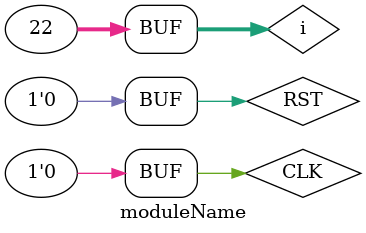
<source format=v>
module moduleName ();

reg CLK;
wire [31:0] OUT;
reg RST;
integer i;
SingleCpu SingleCpu1 (.CLK(CLK), .RST(RST), .OUT(OUT));

initial begin
    RST = 1;
    CLK = 1;
    #5
    CLK = 0;
    #5;
    CLK = 1;
    #5
    RST = 0;
    CLK = 0;
    for(i=0; i<22; i=i+1) begin
        CLK = 1;
        #5
        CLK = 0;
        #5;
    end


end


// always begin
//     #6 CLK=0;
//     #4 CLK=1;
// end

    
endmodule
</source>
